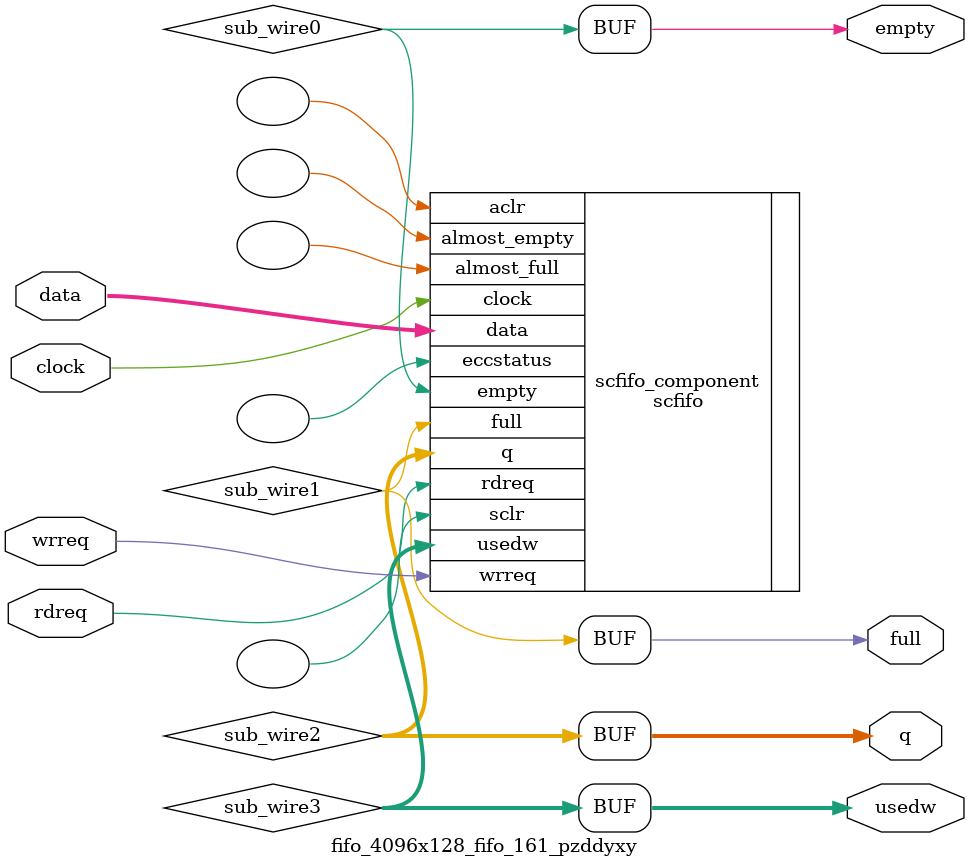
<source format=v>



`timescale 1 ps / 1 ps
// synopsys translate_on
module  fifo_4096x128_fifo_161_pzddyxy  (
    clock,
    data,
    rdreq,
    wrreq,
    empty,
    full,
    q,
    usedw);

    input    clock;
    input  [127:0]  data;
    input    rdreq;
    input    wrreq;
    output   empty;
    output   full;
    output [127:0]  q;
    output [14:0]  usedw;

    wire  sub_wire0;
    wire  sub_wire1;
    wire [127:0] sub_wire2;
    wire [14:0] sub_wire3;
    wire  empty = sub_wire0;
    wire  full = sub_wire1;
    wire [127:0] q = sub_wire2[127:0];
    wire [14:0] usedw = sub_wire3[14:0];

    scfifo  scfifo_component (
                .clock (clock),
                .data (data),
                .rdreq (rdreq),
                .wrreq (wrreq),
                .empty (sub_wire0),
                .full (sub_wire1),
                .q (sub_wire2),
                .usedw (sub_wire3),
                .aclr (),
                .almost_empty (),
                .almost_full (),
                .eccstatus (),
                .sclr ());
    defparam
        scfifo_component.add_ram_output_register  = "OFF",
        scfifo_component.enable_ecc  = "FALSE",
        scfifo_component.intended_device_family  = "Arria 10",
        scfifo_component.lpm_numwords  = 32768,
        scfifo_component.lpm_showahead  = "OFF",
        scfifo_component.lpm_type  = "scfifo",
        scfifo_component.lpm_width  = 128,
        scfifo_component.lpm_widthu  = 15,
        scfifo_component.overflow_checking  = "ON",
        scfifo_component.underflow_checking  = "ON",
        scfifo_component.use_eab  = "ON";


endmodule



</source>
